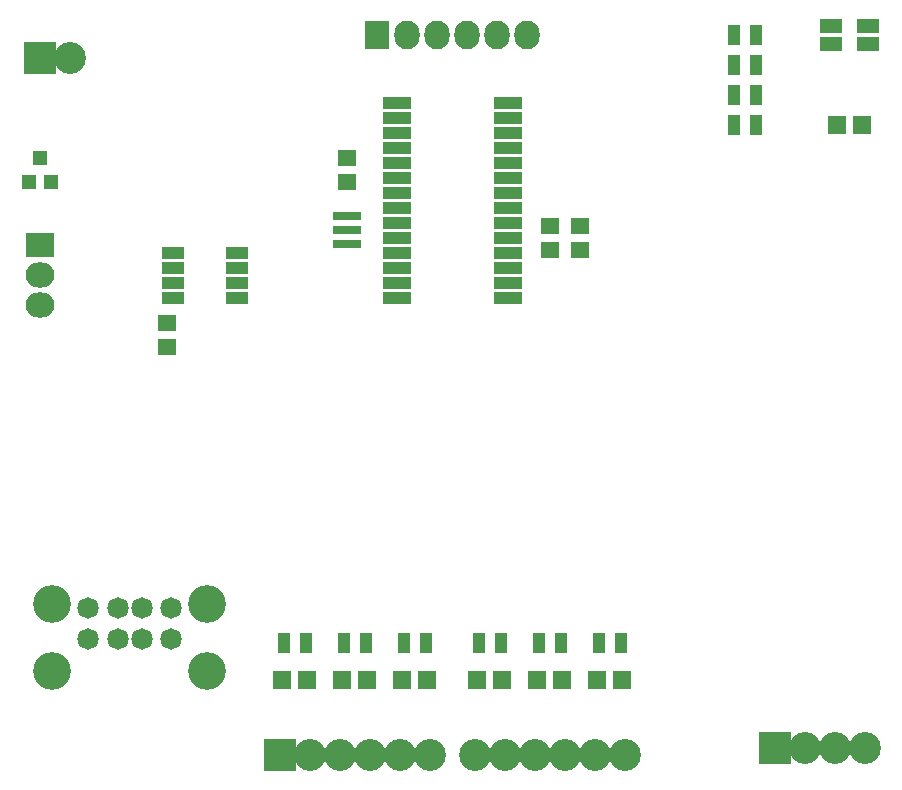
<source format=gts>
G04 #@! TF.FileFunction,Soldermask,Top*
%FSLAX46Y46*%
G04 Gerber Fmt 4.6, Leading zero omitted, Abs format (unit mm)*
G04 Created by KiCad (PCBNEW 4.0.1-stable) date 10/19/2016 12:19:56 AM*
%MOMM*%
G01*
G04 APERTURE LIST*
%ADD10C,0.101600*%
%ADD11R,1.650000X1.400000*%
%ADD12R,1.900000X1.300000*%
%ADD13R,2.400000X1.000000*%
%ADD14R,2.432000X2.127200*%
%ADD15O,2.432000X2.127200*%
%ADD16C,2.700000*%
%ADD17R,2.700000X2.700000*%
%ADD18R,2.127200X2.432000*%
%ADD19O,2.127200X2.432000*%
%ADD20R,1.100000X1.700000*%
%ADD21R,1.950000X1.000000*%
%ADD22R,2.400000X0.800000*%
%ADD23R,1.200100X1.200100*%
%ADD24R,1.598880X1.598880*%
%ADD25C,1.820000*%
%ADD26C,3.200000*%
G04 APERTURE END LIST*
D10*
D11*
X48260000Y51165000D03*
X48260000Y49165000D03*
X50800000Y51165000D03*
X50800000Y49165000D03*
X31115000Y54880000D03*
X31115000Y56880000D03*
X15875000Y42910000D03*
X15875000Y40910000D03*
D12*
X75210000Y66560000D03*
X75210000Y68060000D03*
X72110000Y68060000D03*
X72110000Y66560000D03*
D13*
X35305000Y61595000D03*
X35305000Y60325000D03*
X35305000Y59055000D03*
X35305000Y57785000D03*
X35305000Y56515000D03*
X35305000Y55245000D03*
X35305000Y53975000D03*
X35305000Y52705000D03*
X35305000Y51435000D03*
X35305000Y50165000D03*
X35305000Y48895000D03*
X35305000Y47625000D03*
X35305000Y46355000D03*
X35305000Y45085000D03*
X44705000Y45085000D03*
X44705000Y46355000D03*
X44705000Y47625000D03*
X44705000Y48895000D03*
X44705000Y50165000D03*
X44705000Y51435000D03*
X44705000Y52705000D03*
X44705000Y53975000D03*
X44705000Y55245000D03*
X44705000Y56515000D03*
X44705000Y57785000D03*
X44705000Y59055000D03*
X44705000Y60325000D03*
X44705000Y61595000D03*
D14*
X5080000Y49530000D03*
D15*
X5080000Y46990000D03*
X5080000Y44450000D03*
D16*
X49530000Y6350000D03*
X44450000Y6350000D03*
X41910000Y6350000D03*
X46990000Y6350000D03*
X52070000Y6350000D03*
X54610000Y6350000D03*
X38100000Y6350000D03*
X35560000Y6350000D03*
X33020000Y6350000D03*
X30480000Y6350000D03*
X27940000Y6350000D03*
D17*
X25400000Y6350000D03*
X25400000Y6350000D03*
D16*
X27940000Y6350000D03*
X30480000Y6350000D03*
X33020000Y6350000D03*
X35560000Y6350000D03*
X38100000Y6350000D03*
D18*
X33655000Y67310000D03*
D19*
X36195000Y67310000D03*
X38735000Y67310000D03*
X41275000Y67310000D03*
X43815000Y67310000D03*
X46355000Y67310000D03*
D17*
X5080000Y65405000D03*
D16*
X7620000Y65405000D03*
D20*
X27620000Y15875000D03*
X25720000Y15875000D03*
X32700000Y15875000D03*
X30800000Y15875000D03*
X37780000Y15875000D03*
X35880000Y15875000D03*
X44130000Y15875000D03*
X42230000Y15875000D03*
X49210000Y15875000D03*
X47310000Y15875000D03*
X54290000Y15875000D03*
X52390000Y15875000D03*
X65720000Y64770000D03*
X63820000Y64770000D03*
X65720000Y62230000D03*
X63820000Y62230000D03*
X63820000Y59690000D03*
X65720000Y59690000D03*
X65720000Y67310000D03*
X63820000Y67310000D03*
D21*
X21750000Y45085000D03*
X21750000Y46355000D03*
X21750000Y47625000D03*
X21750000Y48895000D03*
X16350000Y48895000D03*
X16350000Y47625000D03*
X16350000Y46355000D03*
X16350000Y45085000D03*
D22*
X31115000Y50800000D03*
X31115000Y52000000D03*
X31115000Y49600000D03*
D23*
X4130000Y54879240D03*
X6030000Y54879240D03*
X5080000Y56878220D03*
D24*
X54389020Y12700000D03*
X52290980Y12700000D03*
X49309020Y12700000D03*
X47210980Y12700000D03*
X44229020Y12700000D03*
X42130980Y12700000D03*
X37879020Y12700000D03*
X35780980Y12700000D03*
X32799020Y12700000D03*
X30700980Y12700000D03*
X27719020Y12700000D03*
X25620980Y12700000D03*
X74709020Y59690000D03*
X72610980Y59690000D03*
D25*
X9200000Y18805005D03*
X11700000Y18805005D03*
X13700000Y18805005D03*
X16200000Y18805005D03*
X9200000Y16185005D03*
X11700000Y16185005D03*
X13700000Y16185005D03*
X16200000Y16185005D03*
D26*
X19270000Y13475005D03*
X19270000Y19155005D03*
X6130000Y19155005D03*
X6130000Y13475005D03*
D17*
X67310000Y6985000D03*
D16*
X69850000Y6985000D03*
X72390000Y6985000D03*
X74930000Y6985000D03*
M02*

</source>
